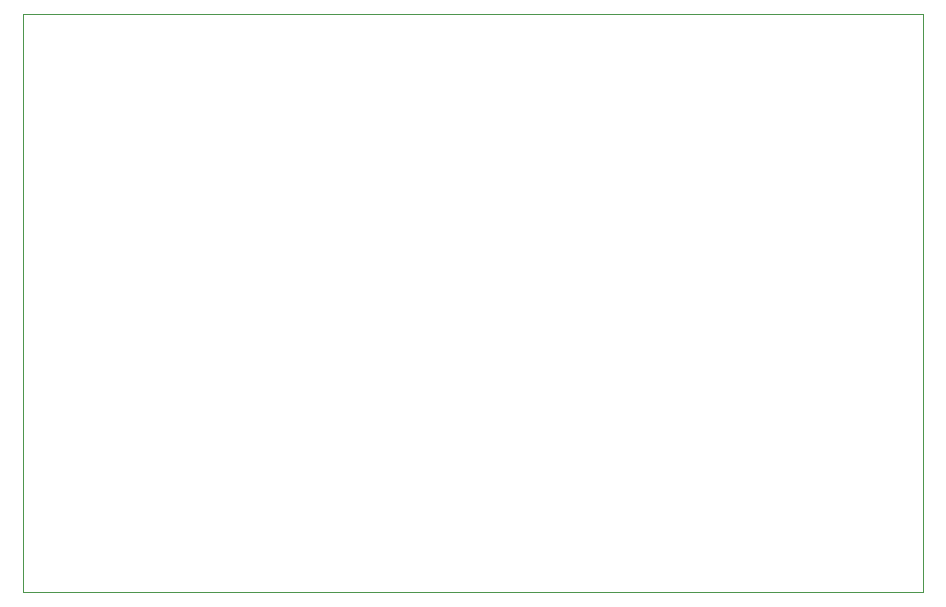
<source format=gbr>
%TF.GenerationSoftware,KiCad,Pcbnew,6.0.2-378541a8eb~116~ubuntu20.04.1*%
%TF.CreationDate,2022-02-25T21:41:06-08:00*%
%TF.ProjectId,epaper_clock,65706170-6572-45f6-936c-6f636b2e6b69,rev?*%
%TF.SameCoordinates,PX3c8eee0PY52f7038*%
%TF.FileFunction,Profile,NP*%
%FSLAX46Y46*%
G04 Gerber Fmt 4.6, Leading zero omitted, Abs format (unit mm)*
G04 Created by KiCad (PCBNEW 6.0.2-378541a8eb~116~ubuntu20.04.1) date 2022-02-25 21:41:06*
%MOMM*%
%LPD*%
G01*
G04 APERTURE LIST*
%TA.AperFunction,Profile*%
%ADD10C,0.100000*%
%TD*%
G04 APERTURE END LIST*
D10*
X0Y0D02*
X76200000Y0D01*
X76200000Y-48895000D02*
X76200000Y0D01*
X0Y-48895000D02*
X76200000Y-48895000D01*
X0Y0D02*
X0Y-48895000D01*
M02*

</source>
